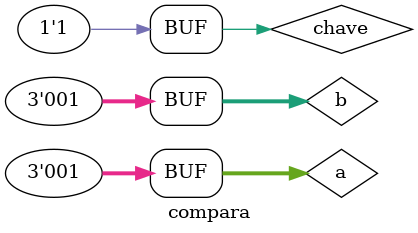
<source format=v>

`include "publico.v"

module compara();
	reg [2:0]a;
	reg [2:0]b;
	reg chave;
	wire s;
	
	comparador CP1(s, a, b, chave);

	
	initial begin
		a=3'b100; b=3'b100; chave=0;
		$display("Exemplo0027 - Djonatas Tulio Rodrigues Costa - 440954");
		$display("Comparador\n");
		$display("chave = 0");
		$display("a = b ---- diferente\n");
		$monitor("%b = %b ---- %b", a, b, s);
			#1 a=3'b001; b=3'b011;
			#1 a=3'b010; b=3'b110;
			#1 a=3'b011; b=3'b100;
			#1 a=3'b100; b=3'b010;
			#1 a=3'b101; b=3'b001;
			#1 a=3'b110; b=3'b001;
			#1 a=3'b111; b=3'b000;
			#1 a=3'b011; b=3'b011;
			#1 a=3'b100; b=3'b010;
			#1 a=3'b001; b=3'b001;
			#1 a=3'b110; b=3'b100;
			#1 a=3'b001; b=3'b001;
			#1 a=3'b010; b=3'b010;
			#1 a=3'b001; b=3'b001;
			
			#1 a=3'b100; b=3'b100; chave=1;
		$display("\nchave = 1");
		$display("a = b ---- igual\n");
		$monitor("%b = %b ---- %b", a, b, s);
			#1 a=3'b001; b=3'b011;
			#1 a=3'b010; b=3'b110;
			#1 a=3'b011; b=3'b100;
			#1 a=3'b100; b=3'b010;
			#1 a=3'b101; b=3'b001;
			#1 a=3'b110; b=3'b001;
			#1 a=3'b111; b=3'b000;
			#1 a=3'b011; b=3'b011;
			#1 a=3'b100; b=3'b010;
			#1 a=3'b001; b=3'b001;
			#1 a=3'b110; b=3'b100;
			#1 a=3'b001; b=3'b001;
			#1 a=3'b010; b=3'b010;
			#1 a=3'b001; b=3'b001;
			
	end

endmodule // compara
</source>
